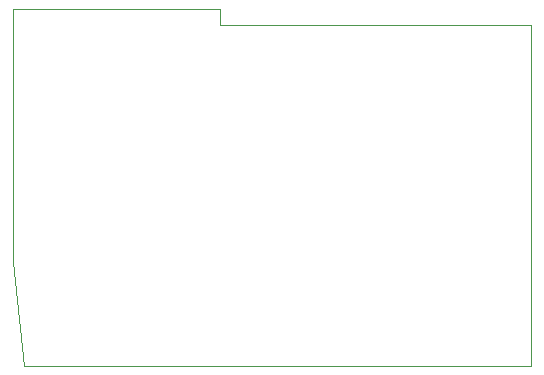
<source format=gbr>
G04 #@! TF.GenerationSoftware,KiCad,Pcbnew,(6.0.10)*
G04 #@! TF.CreationDate,2023-01-19T02:18:08+01:00*
G04 #@! TF.ProjectId,S-VHS ZX Spectrum Rev. D,532d5648-5320-45a5-9820-537065637472,rev?*
G04 #@! TF.SameCoordinates,Original*
G04 #@! TF.FileFunction,Profile,NP*
%FSLAX46Y46*%
G04 Gerber Fmt 4.6, Leading zero omitted, Abs format (unit mm)*
G04 Created by KiCad (PCBNEW (6.0.10)) date 2023-01-19 02:18:08*
%MOMM*%
%LPD*%
G01*
G04 APERTURE LIST*
G04 #@! TA.AperFunction,Profile*
%ADD10C,0.050000*%
G04 #@! TD*
G04 APERTURE END LIST*
D10*
X135763000Y-105283000D02*
X136652000Y-114046000D01*
X179578000Y-85217000D02*
X179578000Y-114046000D01*
X135763000Y-83820000D02*
X135763000Y-105283000D01*
X179578000Y-85217000D02*
X153289000Y-85217000D01*
X153289000Y-83820000D02*
X135763000Y-83820000D01*
X179578000Y-114046000D02*
X136652000Y-114046000D01*
X153289000Y-85217000D02*
X153289000Y-83820000D01*
M02*

</source>
